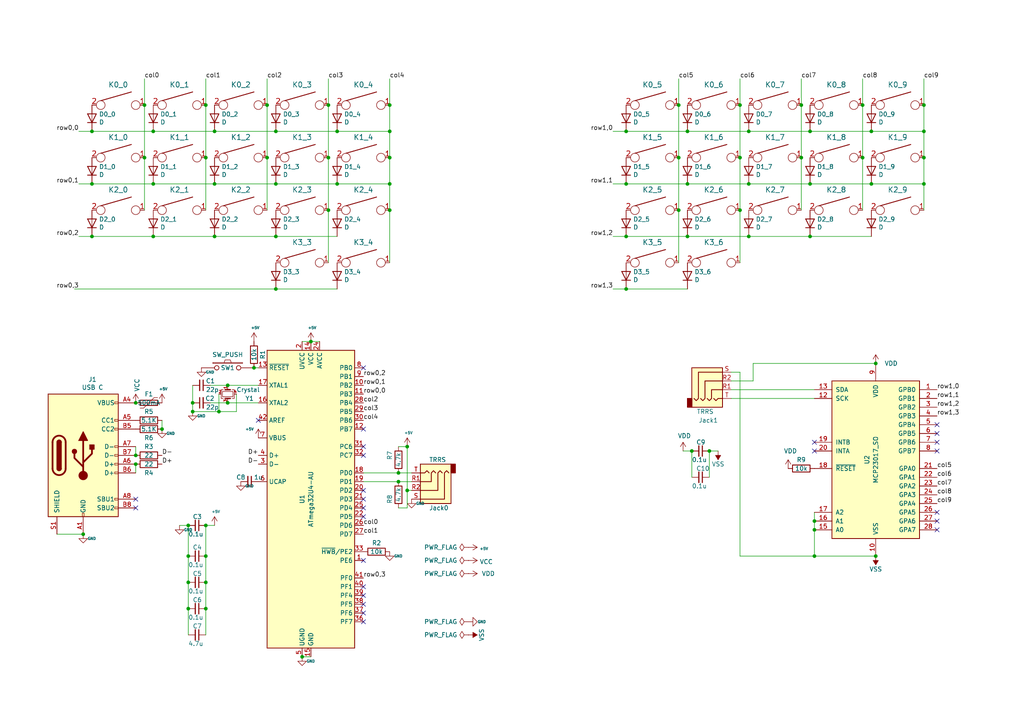
<source format=kicad_sch>
(kicad_sch (version 20230121) (generator eeschema)
  (paper "A4")
  (junction (at 205.74 130.81))
  (junction (at 66.04 116.84))
  (junction (at 181.61 53.34))
  (junction (at 59.69 30.48))
  (junction (at 77.47 30.48))
  (junction (at 267.97 30.48))
  (junction (at 181.61 83.82))
  (junction (at 54.61 168.91))
  (junction (at 80.01 83.82))
  (junction (at 232.41 45.72))
  (junction (at 26.67 68.58))
  (junction (at 41.91 30.48))
  (junction (at 54.61 152.4))
  (junction (at 39.37 134.62))
  (junction (at 217.17 53.34))
  (junction (at 26.67 53.34))
  (junction (at 214.63 30.48))
  (junction (at 214.63 60.96))
  (junction (at 95.25 60.96))
  (junction (at 196.85 60.96))
  (junction (at 62.23 53.34))
  (junction (at 59.69 176.53))
  (junction (at 73.66 106.68))
  (junction (at 24.13 154.94))
  (junction (at 113.03 60.96))
  (junction (at 54.61 176.53))
  (junction (at 250.19 30.48))
  (junction (at 41.91 45.72))
  (junction (at 62.23 38.1))
  (junction (at 90.17 99.06))
  (junction (at 80.01 68.58))
  (junction (at 59.69 168.91))
  (junction (at 252.73 38.1))
  (junction (at 234.95 38.1))
  (junction (at 97.79 53.34))
  (junction (at 95.25 30.48))
  (junction (at 55.88 119.38))
  (junction (at 196.85 45.72))
  (junction (at 115.57 137.16))
  (junction (at 196.85 30.48))
  (junction (at 113.03 30.48))
  (junction (at 234.95 68.58))
  (junction (at 267.97 38.1))
  (junction (at 113.03 38.1))
  (junction (at 44.45 68.58))
  (junction (at 44.45 53.34))
  (junction (at 62.23 68.58))
  (junction (at 44.45 38.1))
  (junction (at 250.19 45.72))
  (junction (at 115.57 139.7))
  (junction (at 59.69 45.72))
  (junction (at 118.11 142.24))
  (junction (at 95.25 45.72))
  (junction (at 181.61 68.58))
  (junction (at 234.95 53.34))
  (junction (at 199.39 68.58))
  (junction (at 63.5 119.38))
  (junction (at 97.79 38.1))
  (junction (at 236.22 161.29))
  (junction (at 39.37 132.08))
  (junction (at 118.11 129.54))
  (junction (at 236.22 153.67))
  (junction (at 59.69 152.4))
  (junction (at 267.97 45.72))
  (junction (at 214.63 45.72))
  (junction (at 113.03 45.72))
  (junction (at 77.47 45.72))
  (junction (at 55.88 116.84))
  (junction (at 181.61 38.1))
  (junction (at 46.99 124.46))
  (junction (at 254 105.41))
  (junction (at 252.73 53.34))
  (junction (at 199.39 38.1))
  (junction (at 199.39 53.34))
  (junction (at 113.03 53.34))
  (junction (at 254 161.29))
  (junction (at 80.01 38.1))
  (junction (at 232.41 30.48))
  (junction (at 87.63 190.5))
  (junction (at 236.22 151.13))
  (junction (at 54.61 161.29))
  (junction (at 39.37 116.84))
  (junction (at 26.67 38.1))
  (junction (at 217.17 38.1))
  (junction (at 267.97 53.34))
  (junction (at 200.66 130.81))
  (junction (at 80.01 53.34))
  (junction (at 66.04 111.76))
  (junction (at 217.17 68.58))
  (junction (at 59.69 161.29))
  (no_connect (at 105.41 149.86))
  (no_connect (at 105.41 124.46))
  (no_connect (at 105.41 147.32))
  (no_connect (at 388.62 93.98))
  (no_connect (at 105.41 177.8))
  (no_connect (at 271.78 123.19))
  (no_connect (at 271.78 151.13))
  (no_connect (at 105.41 162.56))
  (no_connect (at 105.41 170.18))
  (no_connect (at 105.41 106.68))
  (no_connect (at 105.41 175.26))
  (no_connect (at 271.78 125.73))
  (no_connect (at 105.41 142.24))
  (no_connect (at 74.93 121.92))
  (no_connect (at 236.22 128.27))
  (no_connect (at 271.78 128.27))
  (no_connect (at 39.37 147.32))
  (no_connect (at 105.41 144.78))
  (no_connect (at 105.41 132.08))
  (no_connect (at 105.41 180.34))
  (no_connect (at 271.78 148.59))
  (no_connect (at 39.37 144.78))
  (no_connect (at 271.78 130.81))
  (no_connect (at 271.78 153.67))
  (no_connect (at 105.41 129.54))
  (no_connect (at 236.22 130.81))
  (no_connect (at 105.41 172.72))
  (wire (pts (xy 234.95 38.1) (xy 217.17 38.1)))
  (wire (pts (xy 41.91 30.48) (xy 41.91 45.72)))
  (wire (pts (xy 26.67 53.34) (xy 44.45 53.34)))
  (wire (pts (xy 95.25 45.72) (xy 95.25 60.96)))
  (wire (pts (xy 113.03 22.86) (xy 113.03 30.48)))
  (wire (pts (xy 95.25 76.2) (xy 95.25 60.96)))
  (wire (pts (xy 267.97 53.34) (xy 252.73 53.34)))
  (wire (pts (xy 205.74 138.43) (xy 205.74 130.81)))
  (wire (pts (xy 22.86 68.58) (xy 26.67 68.58)))
  (wire (pts (xy 232.41 45.72) (xy 232.41 60.96)))
  (wire (pts (xy 181.61 53.34) (xy 199.39 53.34)))
  (wire (pts (xy 113.03 76.2) (xy 113.03 60.96)))
  (wire (pts (xy 177.8 53.34) (xy 181.61 53.34)))
  (wire (pts (xy 115.57 129.54) (xy 118.11 129.54)))
  (wire (pts (xy 16.51 154.94) (xy 24.13 154.94)))
  (wire (pts (xy 52.07 152.4) (xy 54.61 152.4)))
  (wire (pts (xy 113.03 53.34) (xy 113.03 60.96)))
  (wire (pts (xy 214.63 22.86) (xy 214.63 30.48)))
  (wire (pts (xy 74.93 111.76) (xy 66.04 111.76)))
  (wire (pts (xy 250.19 30.48) (xy 250.19 45.72)))
  (wire (pts (xy 59.69 45.72) (xy 59.69 60.96)))
  (wire (pts (xy 115.57 147.32) (xy 118.11 147.32)))
  (wire (pts (xy 39.37 132.08) (xy 39.37 129.54)))
  (wire (pts (xy 97.79 38.1) (xy 113.03 38.1)))
  (wire (pts (xy 118.11 142.24) (xy 118.11 129.54)))
  (wire (pts (xy 39.37 137.16) (xy 39.37 134.62)))
  (wire (pts (xy 63.5 119.38) (xy 63.5 114.3)))
  (wire (pts (xy 59.69 30.48) (xy 59.69 45.72)))
  (wire (pts (xy 77.47 22.86) (xy 77.47 30.48)))
  (wire (pts (xy 177.8 38.1) (xy 181.61 38.1)))
  (wire (pts (xy 90.17 190.5) (xy 87.63 190.5)))
  (wire (pts (xy 200.66 138.43) (xy 200.66 130.81)))
  (wire (pts (xy 199.39 38.1) (xy 217.17 38.1)))
  (wire (pts (xy 80.01 83.82) (xy 97.79 83.82)))
  (wire (pts (xy 41.91 22.86) (xy 41.91 30.48)))
  (wire (pts (xy 181.61 68.58) (xy 199.39 68.58)))
  (wire (pts (xy 95.25 30.48) (xy 95.25 45.72)))
  (wire (pts (xy 59.69 152.4) (xy 62.23 152.4)))
  (wire (pts (xy 74.93 116.84) (xy 66.04 116.84)))
  (wire (pts (xy 236.22 153.67) (xy 236.22 161.29)))
  (wire (pts (xy 44.45 68.58) (xy 62.23 68.58)))
  (wire (pts (xy 46.99 121.92) (xy 46.99 124.46)))
  (wire (pts (xy 250.19 22.86) (xy 250.19 30.48)))
  (wire (pts (xy 66.04 111.76) (xy 60.96 111.76)))
  (wire (pts (xy 214.63 107.95) (xy 214.63 161.29)))
  (wire (pts (xy 80.01 53.34) (xy 62.23 53.34)))
  (wire (pts (xy 80.01 68.58) (xy 62.23 68.58)))
  (wire (pts (xy 212.09 115.57) (xy 236.22 115.57)))
  (wire (pts (xy 44.45 38.1) (xy 62.23 38.1)))
  (wire (pts (xy 68.58 114.3) (xy 68.58 119.38)))
  (wire (pts (xy 217.17 68.58) (xy 234.95 68.58)))
  (wire (pts (xy 22.86 38.1) (xy 26.67 38.1)))
  (wire (pts (xy 252.73 38.1) (xy 267.97 38.1)))
  (wire (pts (xy 113.03 38.1) (xy 113.03 45.72)))
  (wire (pts (xy 80.01 38.1) (xy 62.23 38.1)))
  (wire (pts (xy 55.88 119.38) (xy 63.5 119.38)))
  (wire (pts (xy 177.8 68.58) (xy 181.61 68.58)))
  (wire (pts (xy 77.47 30.48) (xy 77.47 45.72)))
  (wire (pts (xy 59.69 152.4) (xy 59.69 161.29)))
  (wire (pts (xy 212.09 113.03) (xy 236.22 113.03)))
  (wire (pts (xy 218.44 105.41) (xy 254 105.41)))
  (wire (pts (xy 214.63 60.96) (xy 214.63 76.2)))
  (wire (pts (xy 115.57 139.7) (xy 119.38 139.7)))
  (wire (pts (xy 214.63 45.72) (xy 214.63 60.96)))
  (wire (pts (xy 196.85 30.48) (xy 196.85 45.72)))
  (wire (pts (xy 59.69 22.86) (xy 59.69 30.48)))
  (wire (pts (xy 177.8 83.82) (xy 181.61 83.82)))
  (wire (pts (xy 119.38 142.24) (xy 118.11 142.24)))
  (wire (pts (xy 26.67 68.58) (xy 44.45 68.58)))
  (wire (pts (xy 196.85 76.2) (xy 196.85 60.96)))
  (wire (pts (xy 267.97 38.1) (xy 267.97 45.72)))
  (wire (pts (xy 118.11 147.32) (xy 118.11 142.24)))
  (wire (pts (xy 267.97 22.86) (xy 267.97 30.48)))
  (wire (pts (xy 208.28 130.81) (xy 205.74 130.81)))
  (wire (pts (xy 22.86 53.34) (xy 26.67 53.34)))
  (wire (pts (xy 267.97 45.72) (xy 267.97 53.34)))
  (wire (pts (xy 181.61 83.82) (xy 199.39 83.82)))
  (wire (pts (xy 97.79 68.58) (xy 80.01 68.58)))
  (wire (pts (xy 95.25 22.86) (xy 95.25 30.48)))
  (wire (pts (xy 212.09 107.95) (xy 214.63 107.95)))
  (wire (pts (xy 113.03 30.48) (xy 113.03 38.1)))
  (wire (pts (xy 113.03 53.34) (xy 97.79 53.34)))
  (wire (pts (xy 59.69 176.53) (xy 59.69 184.15)))
  (wire (pts (xy 267.97 53.34) (xy 267.97 60.96)))
  (wire (pts (xy 196.85 45.72) (xy 196.85 60.96)))
  (wire (pts (xy 199.39 53.34) (xy 217.17 53.34)))
  (wire (pts (xy 26.67 38.1) (xy 44.45 38.1)))
  (wire (pts (xy 55.88 116.84) (xy 55.88 119.38)))
  (wire (pts (xy 236.22 148.59) (xy 236.22 151.13)))
  (wire (pts (xy 105.41 139.7) (xy 115.57 139.7)))
  (wire (pts (xy 92.71 99.06) (xy 90.17 99.06)))
  (wire (pts (xy 234.95 53.34) (xy 217.17 53.34)))
  (wire (pts (xy 54.61 176.53) (xy 54.61 168.91)))
  (wire (pts (xy 74.93 106.68) (xy 73.66 106.68)))
  (wire (pts (xy 97.79 53.34) (xy 80.01 53.34)))
  (wire (pts (xy 199.39 68.58) (xy 217.17 68.58)))
  (wire (pts (xy 55.88 111.76) (xy 55.88 116.84)))
  (wire (pts (xy 214.63 30.48) (xy 214.63 45.72)))
  (wire (pts (xy 232.41 30.48) (xy 232.41 45.72)))
  (wire (pts (xy 41.91 45.72) (xy 41.91 60.96)))
  (wire (pts (xy 44.45 53.34) (xy 62.23 53.34)))
  (wire (pts (xy 232.41 22.86) (xy 232.41 30.48)))
  (wire (pts (xy 214.63 161.29) (xy 236.22 161.29)))
  (wire (pts (xy 113.03 45.72) (xy 113.03 53.34)))
  (wire (pts (xy 54.61 161.29) (xy 54.61 152.4)))
  (wire (pts (xy 196.85 22.86) (xy 196.85 30.48)))
  (wire (pts (xy 252.73 68.58) (xy 234.95 68.58)))
  (wire (pts (xy 54.61 168.91) (xy 54.61 161.29)))
  (wire (pts (xy 90.17 99.06) (xy 87.63 99.06)))
  (wire (pts (xy 181.61 38.1) (xy 199.39 38.1)))
  (wire (pts (xy 60.96 116.84) (xy 66.04 116.84)))
  (wire (pts (xy 236.22 161.29) (xy 254 161.29)))
  (wire (pts (xy 198.12 130.81) (xy 200.66 130.81)))
  (wire (pts (xy 21.59 83.82) (xy 80.01 83.82)))
  (wire (pts (xy 59.69 168.91) (xy 59.69 176.53)))
  (wire (pts (xy 105.41 137.16) (xy 115.57 137.16)))
  (wire (pts (xy 252.73 38.1) (xy 234.95 38.1)))
  (wire (pts (xy 218.44 110.49) (xy 218.44 105.41)))
  (wire (pts (xy 212.09 110.49) (xy 218.44 110.49)))
  (wire (pts (xy 236.22 151.13) (xy 236.22 153.67)))
  (wire (pts (xy 59.69 161.29) (xy 59.69 168.91)))
  (wire (pts (xy 97.79 38.1) (xy 80.01 38.1)))
  (wire (pts (xy 252.73 53.34) (xy 234.95 53.34)))
  (wire (pts (xy 115.57 137.16) (xy 119.38 137.16)))
  (wire (pts (xy 77.47 45.72) (xy 77.47 60.96)))
  (wire (pts (xy 54.61 184.15) (xy 54.61 176.53)))
  (wire (pts (xy 267.97 30.48) (xy 267.97 38.1)))
  (wire (pts (xy 68.58 119.38) (xy 63.5 119.38)))
  (wire (pts (xy 250.19 45.72) (xy 250.19 60.96)))
  (label "row0,0" (at 22.86 38.1 180))
  (label "col9" (at 267.97 22.86 0))
  (label "row0,2" (at 105.41 109.22 0))
  (label "row0,2" (at 22.86 68.58 180))
  (label "col5" (at 271.78 135.89 0))
  (label "row1,2" (at 271.78 118.11 0))
  (label "col3" (at 95.25 22.86 0))
  (label "col0" (at 105.41 152.4 0))
  (label "col7" (at 271.78 140.97 0))
  (label "row1,0" (at 177.8 38.1 180))
  (label "col0" (at 41.91 22.86 0))
  (label "row1,2" (at 177.8 68.58 180))
  (label "row1,1" (at 271.78 115.57 0))
  (label "col9" (at 271.78 146.05 0))
  (label "col6" (at 214.63 22.86 0))
  (label "D-" (at 74.93 134.62 180))
  (label "col6" (at 271.78 138.43 0))
  (label "D+" (at 46.99 134.62 0))
  (label "row1,3" (at 271.78 120.65 0))
  (label "row0,1" (at 22.86 53.34 180))
  (label "col7" (at 232.41 22.86 0))
  (label "col3" (at 105.41 119.38 0))
  (label "col1" (at 59.69 22.86 0))
  (label "col4" (at 113.03 22.86 0))
  (label "col1" (at 105.41 154.94 0))
  (label "row0,3" (at 105.41 167.64 0))
  (label "D+" (at 74.93 132.08 180))
  (label "col2" (at 105.41 116.84 0))
  (label "col2" (at 77.47 22.86 0))
  (label "row0,3" (at 22.86 83.82 180))
  (label "row1,3" (at 177.8 83.82 180))
  (label "row1,0" (at 271.78 113.03 0))
  (label "D-" (at 46.99 132.08 0))
  (label "row0,1" (at 105.41 111.76 0))
  (label "col5" (at 196.85 22.86 0))
  (label "row1,1" (at 177.8 53.34 180))
  (label "col8" (at 250.19 22.86 0))
  (label "col8" (at 271.78 143.51 0))
  (label "col4" (at 105.41 121.92 0))
  (label "row0,0" (at 105.41 114.3 0))
  (symbol (lib_id "Device:C_Small") (at 58.42 111.76 270) (unit 1)
    (property "Reference" "C1" (at 59.69 110.49 90) (effects (justify left)))
    (property "Value" "22p" (at 59.69 113.03 90) (effects (justify left)))
    (property "Footprint" "Capacitor_SMD:C_0805_2012Metric_Pad1.15x1.40mm_HandSolder" (effects hide))
    (property "LCSC Part" "C1804" (effects hide))
  )
  (symbol (lib_id "Device:C_Small") (at 58.42 116.84 90) (unit 1)
    (property "Reference" "C2" (at 62.23 115.57 90) (effects (justify left)))
    (property "Value" "22p" (at 63.5 118.11 90) (effects (justify left)))
    (property "Footprint" "Capacitor_SMD:C_0805_2012Metric_Pad1.15x1.40mm_HandSolder" (effects hide))
    (property "LCSC Part" "C1804" (effects hide))
  )
  (symbol (lib_id "Device:C_Small") (at 57.15 152.4 270) (unit 1)
    (property "Reference" "C3" (at 55.88 149.86 90) (effects (justify left)))
    (property "Value" "0.1u" (at 54.61 154.94 90) (effects (justify left)))
    (property "Footprint" "Capacitor_SMD:C_0805_2012Metric_Pad1.15x1.40mm_HandSolder" (effects hide))
    (property "LCSC Part" "C49678" (effects hide))
  )
  (symbol (lib_id "Device:C_Small") (at 57.15 161.29 270) (unit 1)
    (property "Reference" "C4" (at 55.88 158.75 90) (effects (justify left)))
    (property "Value" "0.1u" (at 54.61 163.83 90) (effects (justify left)))
    (property "Footprint" "Capacitor_SMD:C_0805_2012Metric_Pad1.15x1.40mm_HandSolder" (effects hide))
    (property "LCSC Part" "C49678" (effects hide))
  )
  (symbol (lib_id "Device:C_Small") (at 57.15 168.91 270) (unit 1)
    (property "Reference" "C5" (at 55.88 166.37 90) (effects (justify left)))
    (property "Value" "0.1u" (at 54.61 171.45 90) (effects (justify left)))
    (property "Footprint" "Capacitor_SMD:C_0805_2012Metric_Pad1.15x1.40mm_HandSolder" (effects hide))
    (property "LCSC Part" "C49678" (effects hide))
  )
  (symbol (lib_id "Device:C_Small") (at 57.15 176.53 270) (unit 1)
    (property "Reference" "C6" (at 55.88 173.99 90) (effects (justify left)))
    (property "Value" "0.1u" (at 54.61 179.07 90) (effects (justify left)))
    (property "Footprint" "Capacitor_SMD:C_0805_2012Metric_Pad1.15x1.40mm_HandSolder" (effects hide))
    (property "LCSC Part" "C49678" (effects hide))
  )
  (symbol (lib_id "Device:C_Small") (at 57.15 184.15 270) (unit 1)
    (property "Reference" "C7" (at 55.88 181.61 90) (effects (justify left)))
    (property "Value" "4.7u" (at 54.61 186.69 90) (effects (justify left)))
    (property "Footprint" "Capacitor_SMD:C_0805_2012Metric_Pad1.15x1.40mm_HandSolder" (effects hide))
    (property "LCSC Part" "C1779" (effects hide))
  )
  (symbol (lib_id "keyboard_parts:SW_PUSH") (at 66.04 106.68 0) (unit 1)
    (property "Reference" "SW1" (at 66.04 106.68 0))
    (property "Value" "SW_PUSH" (at 66.04 102.87 0))
    (property "Footprint" "Button_Switch_SMD:SW_SPST_B3U-1000P" (effects hide))
    (property "LCSC Part" "C231329" (effects hide))
  )
  (symbol (lib_id "Device:R") (at 73.66 102.87 180) (unit 1)
    (property "Reference" "R1" (at 76.2 102.87 90))
    (property "Value" "10k" (at 73.66 102.87 90))
    (property "Footprint" "Resistor_SMD:R_0805_2012Metric_Pad1.15x1.40mm_HandSolder" (effects hide))
    (property "LCSC Part" "C17414" (effects hide))
  )
  (symbol (lib_id "Device:R") (at 109.22 160.02 270) (unit 1)
    (property "Reference" "R2" (at 109.22 157.48 90))
    (property "Value" "10k" (at 109.22 160.02 90))
    (property "Footprint" "Resistor_SMD:R_0805_2012Metric_Pad1.15x1.40mm_HandSolder" (effects hide))
    (property "LCSC Part" "C17414" (effects hide))
  )
  (symbol (lib_id "Device:R") (at 43.18 132.08 270) (unit 1)
    (property "Reference" "R3" (at 43.18 129.54 90))
    (property "Value" "22" (at 43.18 132.08 90))
    (property "Footprint" "Resistor_SMD:R_0805_2012Metric_Pad1.15x1.40mm_HandSolder" (effects hide))
    (property "LCSC Part" "C17561" (effects hide))
  )
  (symbol (lib_id "Device:R") (at 43.18 134.62 270) (unit 1)
    (property "Reference" "R4" (at 43.18 137.16 90))
    (property "Value" "22" (at 43.18 134.62 90))
    (property "Footprint" "Resistor_SMD:R_0805_2012Metric_Pad1.15x1.40mm_HandSolder" (effects hide))
    (property "LCSC Part" "C17561" (effects hide))
  )
  (symbol (lib_id "Device:C_Small") (at 72.39 139.7 270) (unit 1)
    (property "Reference" "C8" (at 69.85 138.43 90))
    (property "Value" "1u" (at 74.93 138.43 90))
    (property "Footprint" "Capacitor_SMD:C_0805_2012Metric_Pad1.15x1.40mm_HandSolder" (effects hide))
    (property "LCSC Part" "C28323" (effects hide))
  )
  (symbol (lib_id "Interface_Expansion:MCP23017_SO") (at 254 133.35 0) (unit 1)
    (property "Reference" "U2" (at 251.46 133.35 90))
    (property "Value" "MCP23017_SO" (at 254 133.35 90))
    (property "Footprint" "Package_SO:SOIC-28W_7.5x17.9mm_P1.27mm" (effects hide))
    (property "Datasheet" "http://ww1.microchip.com/downloads/en/DeviceDoc/20001952C.pdf" (effects hide))
    (property "LCSC Part" "C47023" (effects hide))
  )
  (symbol (lib_id "Device:R") (at 43.18 121.92 270) (unit 1)
    (property "Reference" "R5" (at 43.18 119.38 90))
    (property "Value" "5.1K" (at 43.18 121.92 90))
    (property "Footprint" "Resistor_SMD:R_0805_2012Metric_Pad1.15x1.40mm_HandSolder" (effects hide))
    (property "LCSC Part" "C27834" (effects hide))
  )
  (symbol (lib_id "Device:R") (at 43.18 124.46 270) (unit 1)
    (property "Reference" "R6" (at 43.18 127 90))
    (property "Value" "5.1K" (at 43.18 124.46 90))
    (property "Footprint" "Resistor_SMD:R_0805_2012Metric_Pad1.15x1.40mm_HandSolder" (effects hide))
    (property "LCSC Part" "C27834" (effects hide))
  )
  (symbol (lib_id "power:GND") (at 46.99 124.46 0) (unit 1)
    (property "Reference" "#PWR0107" (effects hide))
    (property "Value" "GND" (at 48.26 125.73 0) (effects (font (size 0.762 0.762)) (justify left)))
  )
  (symbol (lib_id "Device:C_Small") (at 203.2 130.81 270) (unit 1)
    (property "Reference" "C9" (at 201.93 128.27 90) (effects (justify left)))
    (property "Value" "0.1u" (at 200.66 133.35 90) (effects (justify left)))
    (property "Footprint" "Capacitor_SMD:C_0805_2012Metric_Pad1.15x1.40mm_HandSolder" (effects hide))
    (property "LCSC Part" "C49678" (effects hide))
  )
  (symbol (lib_id "power:VDD") (at 198.12 130.81 0) (unit 1)
    (property "Reference" "#PWR0135" (effects hide))
    (property "Value" "VDD" (at 198.501 126.4158 0))
  )
  (symbol (lib_id "keyboard_parts:KEYSW") (at 34.29 30.48 0) (unit 1)
    (property "Reference" "K0_0" (at 34.29 24.5618 0) (effects (font (size 1.524 1.524))))
    (property "Value" "KEYSW" (effects hide))
    (property "Footprint" "switches:Choc_PG1350_MX_Spacing" (effects hide))
    (property "DNP" "true" (effects hide))
    (property "JLCPCB BOM" "false" (effects hide))
  )
  (symbol (lib_id "Device:D") (at 26.67 34.29 90) (unit 1)
    (property "Reference" "D0_0" (at 28.702 33.1216 90) (effects (justify right)))
    (property "Value" "D" (at 28.702 35.433 90) (effects (justify right)))
    (property "Footprint" "Diode_SMD:D_SOD-123" (effects hide))
    (property "LCSC Part" "C81598" (effects hide))
  )
  (symbol (lib_id "keyboard_parts:KEYSW") (at 34.29 45.72 0) (unit 1)
    (property "Reference" "K1_0" (at 34.29 39.8018 0) (effects (font (size 1.524 1.524))))
    (property "Value" "KEYSW" (effects hide))
    (property "Footprint" "switches:Choc_PG1350_MX_Spacing" (effects hide))
    (property "DNP" "true" (effects hide))
    (property "JLCPCB BOM" "false" (effects hide))
  )
  (symbol (lib_id "Device:D") (at 26.67 49.53 90) (unit 1)
    (property "Reference" "D1_0" (at 28.702 48.3616 90) (effects (justify right)))
    (property "Value" "D" (at 28.702 50.673 90) (effects (justify right)))
    (property "Footprint" "Diode_SMD:D_SOD-123" (effects hide))
    (property "LCSC Part" "C81598" (effects hide))
  )
  (symbol (lib_id "power:VDD") (at 254 105.41 0) (unit 1)
    (property "Reference" "#PWR0126" (effects hide))
    (property "Value" "VDD" (at 256.54 105.41 0) (effects (justify left)))
  )
  (symbol (lib_id "Device:D") (at 44.45 34.29 90) (unit 1)
    (property "Reference" "D0_1" (at 46.482 33.1216 90) (effects (justify right)))
    (property "Value" "D" (at 46.482 35.433 90) (effects (justify right)))
    (property "Footprint" "Diode_SMD:D_SOD-123" (effects hide))
    (property "LCSC Part" "C81598" (effects hide))
  )
  (symbol (lib_id "Device:D") (at 44.45 49.53 90) (unit 1)
    (property "Reference" "D1_1" (at 46.482 48.3616 90) (effects (justify right)))
    (property "Value" "D" (at 46.482 50.673 90) (effects (justify right)))
    (property "Footprint" "Diode_SMD:D_SOD-123" (effects hide))
    (property "LCSC Part" "C81598" (effects hide))
  )
  (symbol (lib_id "keyboard_parts:KEYSW") (at 52.07 45.72 0) (unit 1)
    (property "Reference" "K1_1" (at 52.07 39.8018 0) (effects (font (size 1.524 1.524))))
    (property "Value" "KEYSW" (effects hide))
    (property "Footprint" "switches:Choc_PG1350_MX_Spacing" (effects hide))
    (property "DNP" "true" (effects hide))
    (property "JLCPCB BOM" "false" (effects hide))
  )
  (symbol (lib_id "keyboard_parts:KEYSW") (at 69.85 30.48 0) (unit 1)
    (property "Reference" "K0_2" (at 69.85 24.5618 0) (effects (font (size 1.524 1.524))))
    (property "Value" "KEYSW" (effects hide))
    (property "Footprint" "switches:Choc_PG1350_MX_Spacing" (effects hide))
    (property "DNP" "true" (effects hide))
    (property "JLCPCB BOM" "false" (effects hide))
  )
  (symbol (lib_id "Device:D") (at 62.23 34.29 90) (unit 1)
    (property "Reference" "D0_2" (at 64.262 33.1216 90) (effects (justify right)))
    (property "Value" "D" (at 64.262 35.433 90) (effects (justify right)))
    (property "Footprint" "Diode_SMD:D_SOD-123" (effects hide))
    (property "LCSC Part" "C81598" (effects hide))
  )
  (symbol (lib_id "keyboard_parts:KEYSW") (at 52.07 30.48 0) (unit 1)
    (property "Reference" "K0_1" (at 52.07 24.5618 0) (effects (font (size 1.524 1.524))))
    (property "Value" "KEYSW" (effects hide))
    (property "Footprint" "switches:Choc_PG1350_MX_Spacing" (effects hide))
    (property "DNP" "true" (effects hide))
    (property "JLCPCB BOM" "false" (effects hide))
  )
  (symbol (lib_id "keyboard_parts:KEYSW") (at 69.85 45.72 0) (unit 1)
    (property "Reference" "K1_2" (at 69.85 39.8018 0) (effects (font (size 1.524 1.524))))
    (property "Value" "KEYSW" (effects hide))
    (property "Footprint" "switches:Choc_PG1350_MX_Spacing" (effects hide))
    (property "DNP" "true" (effects hide))
    (property "JLCPCB BOM" "false" (effects hide))
  )
  (symbol (lib_id "Device:D") (at 62.23 49.53 90) (unit 1)
    (property "Reference" "D1_2" (at 64.262 48.3616 90) (effects (justify right)))
    (property "Value" "D" (at 64.262 50.673 90) (effects (justify right)))
    (property "Footprint" "Diode_SMD:D_SOD-123" (effects hide))
    (property "LCSC Part" "C81598" (effects hide))
  )
  (symbol (lib_id "keyboard_parts:KEYSW") (at 34.29 60.96 0) (unit 1)
    (property "Reference" "K2_0" (at 34.29 55.0418 0) (effects (font (size 1.524 1.524))))
    (property "Value" "KEYSW" (effects hide))
    (property "Footprint" "switches:Choc_PG1350_MX_Spacing" (effects hide))
    (property "DNP" "true" (effects hide))
    (property "JLCPCB BOM" "false" (effects hide))
  )
  (symbol (lib_id "Device:D") (at 26.67 64.77 90) (unit 1)
    (property "Reference" "D2_0" (at 28.702 63.6016 90) (effects (justify right)))
    (property "Value" "D" (at 28.702 65.913 90) (effects (justify right)))
    (property "Footprint" "Diode_SMD:D_SOD-123" (effects hide))
    (property "LCSC Part" "C81598" (effects hide))
  )
  (symbol (lib_id "keyboard_parts:KEYSW") (at 52.07 60.96 0) (unit 1)
    (property "Reference" "K2_1" (at 52.07 55.0418 0) (effects (font (size 1.524 1.524))))
    (property "Value" "KEYSW" (effects hide))
    (property "Footprint" "switches:Choc_PG1350_MX_Spacing" (effects hide))
    (property "DNP" "true" (effects hide))
    (property "JLCPCB BOM" "false" (effects hide))
  )
  (symbol (lib_id "keyboard_parts:KEYSW") (at 69.85 60.96 0) (unit 1)
    (property "Reference" "K2_2" (at 69.85 55.0418 0) (effects (font (size 1.524 1.524))))
    (property "Value" "KEYSW" (effects hide))
    (property "Footprint" "switches:Choc_PG1350_MX_Spacing" (effects hide))
    (property "DNP" "true" (effects hide))
    (property "JLCPCB BOM" "false" (effects hide))
  )
  (symbol (lib_id "Device:D") (at 44.45 64.77 90) (unit 1)
    (property "Reference" "D2_1" (at 46.482 63.6016 90) (effects (justify right)))
    (property "Value" "D" (at 46.482 65.913 90) (effects (justify right)))
    (property "Footprint" "Diode_SMD:D_SOD-123" (effects hide))
    (property "LCSC Part" "C81598" (effects hide))
  )
  (symbol (lib_id "Device:D") (at 62.23 64.77 90) (unit 1)
    (property "Reference" "D2_2" (at 64.262 63.6016 90) (effects (justify right)))
    (property "Value" "D" (at 64.262 65.913 90) (effects (justify right)))
    (property "Footprint" "Diode_SMD:D_SOD-123" (effects hide))
    (property "LCSC Part" "C81598" (effects hide))
  )
  (symbol (lib_id "keyboard_parts:KEYSW") (at 87.63 30.48 0) (unit 1)
    (property "Reference" "K0_3" (at 87.63 24.5618 0) (effects (font (size 1.524 1.524))))
    (property "Value" "KEYSW" (effects hide))
    (property "Footprint" "switches:Choc_PG1350_MX_Spacing" (effects hide))
    (property "DNP" "true" (effects hide))
    (property "JLCPCB BOM" "false" (effects hide))
  )
  (symbol (lib_id "keyboard_parts:KEYSW") (at 87.63 45.72 0) (unit 1)
    (property "Reference" "K1_3" (at 87.63 39.8018 0) (effects (font (size 1.524 1.524))))
    (property "Value" "KEYSW" (effects hide))
    (property "Footprint" "switches:Choc_PG1350_MX_Spacing" (effects hide))
    (property "DNP" "true" (effects hide))
    (property "JLCPCB BOM" "false" (effects hide))
  )
  (symbol (lib_id "keyboard_parts:KEYSW") (at 87.63 60.96 0) (unit 1)
    (property "Reference" "K2_3" (at 87.63 55.0418 0) (effects (font (size 1.524 1.524))))
    (property "Value" "KEYSW" (effects hide))
    (property "Footprint" "switches:Choc_PG1350_MX_Spacing" (effects hide))
    (property "DNP" "true" (effects hide))
    (property "JLCPCB BOM" "false" (effects hide))
  )
  (symbol (lib_id "Device:D") (at 80.01 34.29 90) (unit 1)
    (property "Reference" "D0_3" (at 82.042 33.1216 90) (effects (justify right)))
    (property "Value" "D" (at 82.042 35.433 90) (effects (justify right)))
    (property "Footprint" "Diode_SMD:D_SOD-123" (effects hide))
    (property "LCSC Part" "C81598" (effects hide))
  )
  (symbol (lib_id "Device:D") (at 80.01 49.53 90) (unit 1)
    (property "Reference" "D1_3" (at 82.042 48.3616 90) (effects (justify right)))
    (property "Value" "D" (at 82.042 50.673 90) (effects (justify right)))
    (property "Footprint" "Diode_SMD:D_SOD-123" (effects hide))
    (property "LCSC Part" "C81598" (effects hide))
  )
  (symbol (lib_id "Device:D") (at 80.01 64.77 90) (unit 1)
    (property "Reference" "D2_3" (at 82.042 63.6016 90) (effects (justify right)))
    (property "Value" "D" (at 82.042 65.913 90) (effects (justify right)))
    (property "Footprint" "Diode_SMD:D_SOD-123" (effects hide))
    (property "LCSC Part" "C81598" (effects hide))
  )
  (symbol (lib_id "keyboard_parts:KEYSW") (at 105.41 30.48 0) (unit 1)
    (property "Reference" "K0_4" (at 105.41 24.5618 0) (effects (font (size 1.524 1.524))))
    (property "Value" "KEYSW" (effects hide))
    (property "Footprint" "switches:Choc_PG1350_MX_Spacing" (effects hide))
    (property "DNP" "true" (effects hide))
    (property "JLCPCB BOM" "false" (effects hide))
  )
  (symbol (lib_id "Device:D") (at 97.79 34.29 90) (unit 1)
    (property "Reference" "D0_4" (at 99.822 33.1216 90) (effects (justify right)))
    (property "Value" "D" (at 99.822 35.433 90) (effects (justify right)))
    (property "Footprint" "Diode_SMD:D_SOD-123" (effects hide))
    (property "LCSC Part" "C81598" (effects hide))
  )
  (symbol (lib_id "keyboard_parts:KEYSW") (at 105.41 45.72 0) (unit 1)
    (property "Reference" "K1_4" (at 105.41 39.8018 0) (effects (font (size 1.524 1.524))))
    (property "Value" "KEYSW" (effects hide))
    (property "Footprint" "switches:Choc_PG1350_MX_Spacing" (effects hide))
    (property "DNP" "true" (effects hide))
    (property "JLCPCB BOM" "false" (effects hide))
  )
  (symbol (lib_id "Device:D") (at 97.79 49.53 90) (unit 1)
    (property "Reference" "D1_4" (at 99.822 48.3616 90) (effects (justify right)))
    (property "Value" "D" (at 99.822 50.673 90) (effects (justify right)))
    (property "Footprint" "Diode_SMD:D_SOD-123" (effects hide))
    (property "LCSC Part" "C81598" (effects hide))
  )
  (symbol (lib_id "keyboard_parts:KEYSW") (at 105.41 60.96 0) (unit 1)
    (property "Reference" "K2_4" (at 105.41 55.0418 0) (effects (font (size 1.524 1.524))))
    (property "Value" "KEYSW" (effects hide))
    (property "Footprint" "switches:Choc_PG1350_MX_Spacing" (effects hide))
    (property "DNP" "true" (effects hide))
    (property "JLCPCB BOM" "false" (effects hide))
  )
  (symbol (lib_id "Device:D") (at 97.79 64.77 90) (unit 1)
    (property "Reference" "D2_4" (at 99.822 63.6016 90) (effects (justify right)))
    (property "Value" "D" (at 99.822 65.913 90) (effects (justify right)))
    (property "Footprint" "Diode_SMD:D_SOD-123" (effects hide))
    (property "LCSC Part" "C81598" (effects hide))
  )
  (symbol (lib_id "keyboard_parts:KEYSW") (at 87.63 76.2 0) (unit 1)
    (property "Reference" "K3_3" (at 87.63 70.2818 0) (effects (font (size 1.524 1.524))))
    (property "Value" "KEYSW" (effects hide))
    (property "Footprint" "switches:Choc_PG1350_MX_Spacing" (effects hide))
    (property "DNP" "true" (effects hide))
    (property "JLCPCB BOM" "false" (effects hide))
  )
  (symbol (lib_id "keyboard_parts:KEYSW") (at 105.41 76.2 0) (unit 1)
    (property "Reference" "K3_4" (at 105.41 70.2818 0) (effects (font (size 1.524 1.524))))
    (property "Value" "KEYSW" (effects hide))
    (property "Footprint" "switches:Choc_PG1350_MX_Spacing" (effects hide))
    (property "DNP" "true" (effects hide))
    (property "JLCPCB BOM" "false" (effects hide))
  )
  (symbol (lib_id "Device:D") (at 80.01 80.01 90) (unit 1)
    (property "Reference" "D3_3" (at 82.042 78.8416 90) (effects (justify right)))
    (property "Value" "D" (at 82.042 81.153 90) (effects (justify right)))
    (property "Footprint" "Diode_SMD:D_SOD-123" (effects hide))
    (property "LCSC Part" "C81598" (effects hide))
  )
  (symbol (lib_id "Device:D") (at 97.79 80.01 90) (unit 1)
    (property "Reference" "D3_4" (at 99.822 78.8416 90) (effects (justify right)))
    (property "Value" "D" (at 99.822 81.153 90) (effects (justify right)))
    (property "Footprint" "Diode_SMD:D_SOD-123" (effects hide))
    (property "LCSC Part" "C81598" (effects hide))
  )
  (symbol (lib_id "Connector:USB_C_Receptacle_USB2.0") (at 24.13 132.08 0) (unit 1)
    (property "Reference" "J1" (at 26.8478 110.0582 0))
    (property "Value" "USB C" (at 26.8478 112.3696 0))
    (property "Footprint" "Connector_USB:USB_C_Receptacle_HRO_TYPE-C-31-M-12" (effects hide))
    (property "Datasheet" "https://www.usb.org/sites/default/files/documents/usb_type-c.zip" (effects hide))
    (property "LCSC Part" "C165948" (effects hide))
  )
  (symbol (lib_id "Device:Polyfuse") (at 43.18 116.84 270) (unit 1)
    (property "Reference" "F1" (at 43.18 114.3 90))
    (property "Value" "500mA" (at 43.18 116.84 90))
    (property "Footprint" "Fuse:Fuse_1206_3216Metric" (effects hide))
    (property "LCSC Part" "C151162" (effects hide))
  )
  (symbol (lib_id "power:+5V") (at 46.99 116.84 0) (unit 1)
    (property "Reference" "#PWR0102" (effects hide))
    (property "Value" "+5V" (at 47.371 112.8268 0) (effects (font (size 0.762 0.762))))
  )
  (symbol (lib_id "Connector:AudioJack4") (at 207.01 110.49 0) (unit 1)
    (property "Reference" "Jack1" (at 208.28 121.92 0) (effects (justify right)))
    (property "Value" "TRRS" (at 207.01 119.38 0) (effects (justify right)))
    (property "Footprint" "kbd:TRRS-PJ-320A" (effects hide))
    (property "LCSC Part" "C12569" (effects hide))
  )
  (symbol (lib_id "Device:Crystal_GND24_Small") (at 66.04 114.3 270) (unit 1)
    (property "Reference" "Y1" (at 71.12 115.57 90) (effects (justify left)))
    (property "Value" "Crystal" (at 68.58 113.03 90) (effects (justify left)))
    (property "Footprint" "Crystal:Crystal_SMD_3225-4Pin_3.2x2.5mm" (effects hide))
    (property "Datasheet" "https://lcsc.com/product-detail/SMD-Crystal-Resonators_Yangxing-Tech-X322516MLB4SI_C13738.html/?href=jlc-SMT" (effects hide))
    (property "LCSC Part" "C13738" (effects hide))
  )
  (symbol (lib_id "power:VSS") (at 254 161.29 180) (unit 1)
    (property "Reference" "#PWR0121" (effects hide))
    (property "Value" "VSS" (at 254 165.1 0))
  )
  (symbol (lib_id "power:VSS") (at 208.28 130.81 180) (unit 1)
    (property "Reference" "#PWR0123" (effects hide))
    (property "Value" "VSS" (at 208.28 134.62 0))
  )
  (symbol (lib_id "MCU_Microchip_ATmega:ATmega32U4-AU") (at 90.17 144.78 0) (unit 1)
    (property "Reference" "U1" (at 87.63 144.78 90))
    (property "Value" "ATmega32U4-AU" (at 90.17 144.78 90))
    (property "Footprint" "Package_QFP:TQFP-44_10x10mm_P0.8mm" (effects hide))
    (property "Datasheet" "http://ww1.microchip.com/downloads/en/DeviceDoc/Atmel-7766-8-bit-AVR-ATmega16U4-32U4_Datasheet.pdf" (effects hide))
    (property "LCSC Part" "C44854" (effects hide))
  )
  (symbol (lib_id "power:GND") (at 55.88 119.38 0) (unit 1)
    (property "Reference" "#PWR0101" (effects hide))
    (property "Value" "GND" (at 57.15 120.65 0) (effects (font (size 0.762 0.762)) (justify left)))
  )
  (symbol (lib_id "power:GND") (at 58.42 106.68 0) (unit 1)
    (property "Reference" "#PWR0103" (effects hide))
    (property "Value" "GND" (at 59.69 107.95 0) (effects (font (size 0.762 0.762)) (justify left)))
  )
  (symbol (lib_id "power:GND") (at 113.03 160.02 0) (unit 1)
    (property "Reference" "#PWR0105" (effects hide))
    (property "Value" "GND" (at 114.3 161.29 0) (effects (font (size 0.762 0.762)) (justify left)))
  )
  (symbol (lib_id "power:GND") (at 119.38 144.78 0) (unit 1)
    (property "Reference" "#PWR0106" (effects hide))
    (property "Value" "GND" (at 120.65 146.05 0) (effects (font (size 0.762 0.762)) (justify left)))
  )
  (symbol (lib_id "power:GND") (at 24.13 154.94 0) (unit 1)
    (property "Reference" "#PWR0108" (effects hide))
    (property "Value" "GND" (at 25.4 156.21 0) (effects (font (size 0.762 0.762)) (justify left)))
  )
  (symbol (lib_id "power:GND") (at 87.63 190.5 0) (unit 1)
    (property "Reference" "#PWR0110" (effects hide))
    (property "Value" "GND" (at 88.9 191.77 0) (effects (font (size 0.762 0.762)) (justify left)))
  )
  (symbol (lib_id "power:GND") (at 52.07 152.4 0) (unit 1)
    (property "Reference" "#PWR0111" (effects hide))
    (property "Value" "GND" (at 53.34 153.67 0) (effects (font (size 0.762 0.762)) (justify left)))
  )
  (symbol (lib_id "power:GND") (at 69.85 139.7 0) (unit 1)
    (property "Reference" "#PWR0115" (effects hide))
    (property "Value" "GND" (at 71.12 140.97 0) (effects (font (size 0.762 0.762)) (justify left)))
  )
  (symbol (lib_id "power:+5V") (at 73.66 99.06 0) (unit 1)
    (property "Reference" "#PWR0104" (effects hide))
    (property "Value" "+5V" (at 74.041 95.0468 0) (effects (font (size 0.762 0.762))))
  )
  (symbol (lib_id "power:+5V") (at 90.17 99.06 0) (unit 1)
    (property "Reference" "#PWR0113" (effects hide))
    (property "Value" "+5V" (at 90.551 95.0468 0) (effects (font (size 0.762 0.762))))
  )
  (symbol (lib_id "power:+5V") (at 74.93 127 0) (unit 1)
    (property "Reference" "#PWR0114" (effects hide))
    (property "Value" "+5V" (at 72.39 124.46 0) (effects (font (size 0.762 0.762))))
  )
  (symbol (lib_id "power:+5V") (at 62.23 152.4 0) (unit 1)
    (property "Reference" "#PWR0116" (effects hide))
    (property "Value" "+5V" (at 62.611 148.3868 0) (effects (font (size 0.762 0.762))))
  )
  (symbol (lib_id "power:+5V") (at 118.11 129.54 0) (unit 1)
    (property "Reference" "#PWR0117" (effects hide))
    (property "Value" "+5V" (at 118.491 125.5268 0) (effects (font (size 0.762 0.762))))
  )
  (symbol (lib_id "power:PWR_FLAG") (at 135.89 162.56 90) (unit 1)
    (property "Reference" "#FLG0102" (effects hide))
    (property "Value" "PWR_FLAG" (at 132.6642 162.56 90) (effects (justify left)))
  )
  (symbol (lib_id "power:PWR_FLAG") (at 135.89 166.37 90) (unit 1)
    (property "Reference" "#FLG0101" (effects hide))
    (property "Value" "PWR_FLAG" (at 132.6642 166.37 90) (effects (justify left)))
  )
  (symbol (lib_id "power:VCC") (at 135.89 162.56 270) (unit 1)
    (property "Reference" "#PWR0119" (effects hide))
    (property "Value" "VCC" (at 139.1158 162.941 90) (effects (justify left)))
  )
  (symbol (lib_id "power:VDD") (at 135.89 166.37 270) (unit 1)
    (property "Reference" "#PWR0122" (effects hide))
    (property "Value" "VDD" (at 139.7 166.37 90) (effects (justify left)))
  )
  (symbol (lib_id "power:+5V") (at 135.89 158.75 270) (unit 1)
    (property "Reference" "#PWR0127" (effects hide))
    (property "Value" "+5V" (at 139.1412 159.131 90) (effects (font (size 0.762 0.762)) (justify left)))
  )
  (symbol (lib_id "power:PWR_FLAG") (at 135.89 158.75 90) (unit 1)
    (property "Reference" "#FLG0103" (effects hide))
    (property "Value" "PWR_FLAG" (at 132.6642 158.75 90) (effects (justify left)))
  )
  (symbol (lib_id "power:PWR_FLAG") (at 135.89 180.34 90) (unit 1)
    (property "Reference" "#FLG0104" (effects hide))
    (property "Value" "PWR_FLAG" (at 132.6642 180.34 90) (effects (justify left)))
  )
  (symbol (lib_id "power:GND") (at 135.89 180.34 90) (unit 1)
    (property "Reference" "#PWR0128" (effects hide))
    (property "Value" "GND" (at 140.97 180.34 90) (effects (font (size 0.762 0.762)) (justify left)))
  )
  (symbol (lib_id "power:PWR_FLAG") (at 135.89 184.15 90) (unit 1)
    (property "Reference" "#FLG0105" (effects hide))
    (property "Value" "PWR_FLAG" (at 132.6642 184.15 90) (effects (justify left)))
  )
  (symbol (lib_id "power:VSS") (at 135.89 184.15 270) (unit 1)
    (property "Reference" "#PWR0129" (effects hide))
    (property "Value" "VSS" (at 139.7 184.15 0))
  )
  (symbol (lib_id "power:VCC") (at 39.37 116.84 0) (unit 1)
    (property "Reference" "#PWR0109" (effects hide))
    (property "Value" "VCC" (at 39.751 113.6142 90) (effects (justify left)))
  )
  (symbol (lib_id "Device:C_Small") (at 203.2 138.43 270) (unit 1)
    (property "Reference" "C10" (at 201.93 135.89 90) (effects (justify left)))
    (property "Value" "0.1u" (at 200.66 140.97 90) (effects (justify left)))
    (property "Footprint" "Capacitor_SMD:C_0805_2012Metric_Pad1.15x1.40mm_HandSolder" (effects hide))
    (property "LCSC Part" "C49678" (effects hide))
  )
  (symbol (lib_id "Device:R") (at 232.41 135.89 270) (unit 1)
    (property "Reference" "R9" (at 232.41 133.35 90))
    (property "Value" "10k" (at 232.41 135.89 90))
    (property "Footprint" "Resistor_SMD:R_0805_2012Metric_Pad1.15x1.40mm_HandSolder" (effects hide))
    (property "LCSC Part" "C17414" (effects hide))
  )
  (symbol (lib_id "power:VDD") (at 228.6 135.89 0) (unit 1)
    (property "Reference" "#PWR0112" (effects hide))
    (property "Value" "VDD" (at 227.33 130.81 0) (effects (justify left)))
  )
  (symbol (lib_id "keyboard_parts:KEYSW") (at 189.23 30.48 0) (unit 1)
    (property "Reference" "K0_5" (at 189.23 24.5618 0) (effects (font (size 1.524 1.524))))
    (property "Value" "KEYSW" (effects hide))
    (property "Footprint" "switches:Choc_PG1350_MX_Spacing" (effects hide))
    (property "DNP" "true" (effects hide))
    (property "JLCPCB BOM" "false" (effects hide))
  )
  (symbol (lib_id "Device:D") (at 181.61 34.29 90) (unit 1)
    (property "Reference" "D0_5" (at 183.642 33.1216 90) (effects (justify right)))
    (property "Value" "D" (at 183.642 35.433 90) (effects (justify right)))
    (property "Footprint" "Diode_SMD:D_SOD-123" (effects hide))
    (property "LCSC Part" "C81598" (effects hide))
  )
  (symbol (lib_id "keyboard_parts:KEYSW") (at 189.23 45.72 0) (unit 1)
    (property "Reference" "K1_5" (at 189.23 39.8018 0) (effects (font (size 1.524 1.524))))
    (property "Value" "KEYSW" (effects hide))
    (property "Footprint" "switches:Choc_PG1350_MX_Spacing" (effects hide))
    (property "DNP" "true" (effects hide))
    (property "JLCPCB BOM" "false" (effects hide))
  )
  (symbol (lib_id "Device:D") (at 181.61 49.53 90) (unit 1)
    (property "Reference" "D1_5" (at 183.642 48.3616 90) (effects (justify right)))
    (property "Value" "D" (at 183.642 50.673 90) (effects (justify right)))
    (property "Footprint" "Diode_SMD:D_SOD-123" (effects hide))
    (property "LCSC Part" "C81598" (effects hide))
  )
  (symbol (lib_id "Device:D") (at 199.39 34.29 90) (unit 1)
    (property "Reference" "D0_6" (at 201.422 33.1216 90) (effects (justify right)))
    (property "Value" "D" (at 201.422 35.433 90) (effects (justify right)))
    (property "Footprint" "Diode_SMD:D_SOD-123" (effects hide))
    (property "LCSC Part" "C81598" (effects hide))
  )
  (symbol (lib_id "Device:D") (at 199.39 49.53 90) (unit 1)
    (property "Reference" "D1_6" (at 201.422 48.3616 90) (effects (justify right)))
    (property "Value" "D" (at 201.422 50.673 90) (effects (justify right)))
    (property "Footprint" "Diode_SMD:D_SOD-123" (effects hide))
    (property "LCSC Part" "C81598" (effects hide))
  )
  (symbol (lib_id "keyboard_parts:KEYSW") (at 207.01 45.72 0) (unit 1)
    (property "Reference" "K1_6" (at 207.01 39.8018 0) (effects (font (size 1.524 1.524))))
    (property "Value" "KEYSW" (effects hide))
    (property "Footprint" "switches:Choc_PG1350_MX_Spacing" (effects hide))
    (property "DNP" "true" (effects hide))
    (property "JLCPCB BOM" "false" (effects hide))
  )
  (symbol (lib_id "keyboard_parts:KEYSW") (at 224.79 30.48 0) (unit 1)
    (property "Reference" "K0_7" (at 224.79 24.5618 0) (effects (font (size 1.524 1.524))))
    (property "Value" "KEYSW" (effects hide))
    (property "Footprint" "switches:Choc_PG1350_MX_Spacing" (effects hide))
    (property "DNP" "true" (effects hide))
    (property "JLCPCB BOM" "false" (effects hide))
  )
  (symbol (lib_id "Device:D") (at 217.17 34.29 90) (unit 1)
    (property "Reference" "D0_7" (at 219.202 33.1216 90) (effects (justify right)))
    (property "Value" "D" (at 219.202 35.433 90) (effects (justify right)))
    (property "Footprint" "Diode_SMD:D_SOD-123" (effects hide))
    (property "LCSC Part" "C81598" (effects hide))
  )
  (symbol (lib_id "keyboard_parts:KEYSW") (at 207.01 30.48 0) (unit 1)
    (property "Reference" "K0_6" (at 207.01 24.5618 0) (effects (font (size 1.524 1.524))))
    (property "Value" "KEYSW" (effects hide))
    (property "Footprint" "switches:Choc_PG1350_MX_Spacing" (effects hide))
    (property "DNP" "true" (effects hide))
    (property "JLCPCB BOM" "false" (effects hide))
  )
  (symbol (lib_id "keyboard_parts:KEYSW") (at 224.79 45.72 0) (unit 1)
    (property "Reference" "K1_7" (at 224.79 39.8018 0) (effects (font (size 1.524 1.524))))
    (property "Value" "KEYSW" (effects hide))
    (property "Footprint" "switches:Choc_PG1350_MX_Spacing" (effects hide))
    (property "DNP" "true" (effects hide))
    (property "JLCPCB BOM" "false" (effects hide))
  )
  (symbol (lib_id "Device:D") (at 217.17 49.53 90) (unit 1)
    (property "Reference" "D1_7" (at 219.202 48.3616 90) (effects (justify right)))
    (property "Value" "D" (at 219.202 50.673 90) (effects (justify right)))
    (property "Footprint" "Diode_SMD:D_SOD-123" (effects hide))
    (property "LCSC Part" "C81598" (effects hide))
  )
  (symbol (lib_id "keyboard_parts:KEYSW") (at 189.23 60.96 0) (unit 1)
    (property "Reference" "K2_5" (at 189.23 55.0418 0) (effects (font (size 1.524 1.524))))
    (property "Value" "KEYSW" (effects hide))
    (property "Footprint" "switches:Choc_PG1350_MX_Spacing" (effects hide))
    (property "DNP" "true" (effects hide))
    (property "JLCPCB BOM" "false" (effects hide))
  )
  (symbol (lib_id "Device:D") (at 181.61 64.77 90) (unit 1)
    (property "Reference" "D2_5" (at 183.642 63.6016 90) (effects (justify right)))
    (property "Value" "D" (at 183.642 65.913 90) (effects (justify right)))
    (property "Footprint" "Diode_SMD:D_SOD-123" (effects hide))
    (property "LCSC Part" "C81598" (effects hide))
  )
  (symbol (lib_id "keyboard_parts:KEYSW") (at 207.01 60.96 0) (unit 1)
    (property "Reference" "K2_6" (at 207.01 55.0418 0) (effects (font (size 1.524 1.524))))
    (property "Value" "KEYSW" (effects hide))
    (property "Footprint" "switches:Choc_PG1350_MX_Spacing" (effects hide))
    (property "DNP" "true" (effects hide))
    (property "JLCPCB BOM" "false" (effects hide))
  )
  (symbol (lib_id "keyboard_parts:KEYSW") (at 224.79 60.96 0) (unit 1)
    (property "Reference" "K2_7" (at 224.79 55.0418 0) (effects (font (size 1.524 1.524))))
    (property "Value" "KEYSW" (effects hide))
    (property "Footprint" "switches:Choc_PG1350_MX_Spacing" (effects hide))
    (property "DNP" "true" (effects hide))
    (property "JLCPCB BOM" "false" (effects hide))
  )
  (symbol (lib_id "Device:D") (at 199.39 64.77 90) (unit 1)
    (property "Reference" "D2_6" (at 201.422 63.6016 90) (effects (justify right)))
    (property "Value" "D" (at 201.422 65.913 90) (effects (justify right)))
    (property "Footprint" "Diode_SMD:D_SOD-123" (effects hide))
    (property "LCSC Part" "C81598" (effects hide))
  )
  (symbol (lib_id "Device:D") (at 217.17 64.77 90) (unit 1)
    (property "Reference" "D2_7" (at 219.202 63.6016 90) (effects (justify right)))
    (property "Value" "D" (at 219.202 65.913 90) (effects (justify right)))
    (property "Footprint" "Diode_SMD:D_SOD-123" (effects hide))
    (property "LCSC Part" "C81598" (effects hide))
  )
  (symbol (lib_id "keyboard_parts:KEYSW") (at 242.57 30.48 0) (unit 1)
    (property "Reference" "K0_8" (at 242.57 24.5618 0) (effects (font (size 1.524 1.524))))
    (property "Value" "KEYSW" (effects hide))
    (property "Footprint" "switches:Choc_PG1350_MX_Spacing" (effects hide))
    (property "DNP" "true" (effects hide))
    (property "JLCPCB BOM" "false" (effects hide))
  )
  (symbol (lib_id "keyboard_parts:KEYSW") (at 242.57 45.72 0) (unit 1)
    (property "Reference" "K1_8" (at 242.57 39.8018 0) (effects (font (size 1.524 1.524))))
    (property "Value" "KEYSW" (effects hide))
    (property "Footprint" "switches:Choc_PG1350_MX_Spacing" (effects hide))
    (property "DNP" "true" (effects hide))
    (property "JLCPCB BOM" "false" (effects hide))
  )
  (symbol (lib_id "keyboard_parts:KEYSW") (at 242.57 60.96 0) (unit 1)
    (property "Reference" "K2_8" (at 242.57 55.0418 0) (effects (font (size 1.524 1.524))))
    (property "Value" "KEYSW" (effects hide))
    (property "Footprint" "switches:Choc_PG1350_MX_Spacing" (effects hide))
    (property "DNP" "true" (effects hide))
    (property "JLCPCB BOM" "false" (effects hide))
  )
  (symbol (lib_id "Device:D") (at 234.95 34.29 90) (unit 1)
    (property "Reference" "D0_8" (at 236.982 33.1216 90) (effects (justify right)))
    (property "Value" "D" (at 236.982 35.433 90) (effects (justify right)))
    (property "Footprint" "Diode_SMD:D_SOD-123" (effects hide))
    (property "LCSC Part" "C81598" (effects hide))
  )
  (symbol (lib_id "Device:D") (at 234.95 49.53 90) (unit 1)
    (property "Reference" "D1_8" (at 236.982 48.3616 90) (effects (justify right)))
    (property "Value" "D" (at 236.982 50.673 90) (effects (justify right)))
    (property "Footprint" "Diode_SMD:D_SOD-123" (effects hide))
    (property "LCSC Part" "C81598" (effects hide))
  )
  (symbol (lib_id "Device:D") (at 234.95 64.77 90) (unit 1)
    (property "Reference" "D2_8" (at 236.982 63.6016 90) (effects (justify right)))
    (property "Value" "D" (at 236.982 65.913 90) (effects (justify right)))
    (property "Footprint" "Diode_SMD:D_SOD-123" (effects hide))
    (property "LCSC Part" "C81598" (effects hide))
  )
  (symbol (lib_id "keyboard_parts:KEYSW") (at 260.35 30.48 0) (unit 1)
    (property "Reference" "K0_9" (at 260.35 24.5618 0) (effects (font (size 1.524 1.524))))
    (property "Value" "KEYSW" (effects hide))
    (property "Footprint" "switches:Choc_PG1350_MX_Spacing" (effects hide))
    (property "DNP" "true" (effects hide))
    (property "JLCPCB BOM" "false" (effects hide))
  )
  (symbol (lib_id "Device:D") (at 252.73 34.29 90) (unit 1)
    (property "Reference" "D0_9" (at 254.762 33.1216 90) (effects (justify right)))
    (property "Value" "D" (at 254.762 35.433 90) (effects (justify right)))
    (property "Footprint" "Diode_SMD:D_SOD-123" (effects hide))
    (property "LCSC Part" "C81598" (effects hide))
  )
  (symbol (lib_id "keyboard_parts:KEYSW") (at 260.35 45.72 0) (unit 1)
    (property "Reference" "K1_9" (at 260.35 39.8018 0) (effects (font (size 1.524 1.524))))
    (property "Value" "KEYSW" (effects hide))
    (property "Footprint" "switches:Choc_PG1350_MX_Spacing" (effects hide))
    (property "DNP" "true" (effects hide))
    (property "JLCPCB BOM" "false" (effects hide))
  )
  (symbol (lib_id "Device:D") (at 252.73 49.53 90) (unit 1)
    (property "Reference" "D1_9" (at 254.762 48.3616 90) (effects (justify right)))
    (property "Value" "D" (at 254.762 50.673 90) (effects (justify right)))
    (property "Footprint" "Diode_SMD:D_SOD-123" (effects hide))
    (property "LCSC Part" "C81598" (effects hide))
  )
  (symbol (lib_id "keyboard_parts:KEYSW") (at 260.35 60.96 0) (unit 1)
    (property "Reference" "K2_9" (at 260.35 55.0418 0) (effects (font (size 1.524 1.524))))
    (property "Value" "KEYSW" (effects hide))
    (property "Footprint" "switches:Choc_PG1350_MX_Spacing" (effects hide))
    (property "DNP" "true" (effects hide))
    (property "JLCPCB BOM" "false" (effects hide))
  )
  (symbol (lib_id "Device:D") (at 252.73 64.77 90) (unit 1)
    (property "Reference" "D2_9" (at 254.762 63.6016 90) (effects (justify right)))
    (property "Value" "D" (at 254.762 65.913 90) (effects (justify right)))
    (property "Footprint" "Diode_SMD:D_SOD-123" (effects hide))
    (property "LCSC Part" "C81598" (effects hide))
  )
  (symbol (lib_id "keyboard_parts:KEYSW") (at 189.23 76.2 0) (unit 1)
    (property "Reference" "K3_5" (at 189.23 70.2818 0) (effects (font (size 1.524 1.524))))
    (property "Value" "KEYSW" (effects hide))
    (property "Footprint" "switches:Choc_PG1350_MX_Spacing" (effects hide))
    (property "DNP" "true" (effects hide))
    (property "JLCPCB BOM" "false" (effects hide))
  )
  (symbol (lib_id "keyboard_parts:KEYSW") (at 207.01 76.2 0) (unit 1)
    (property "Reference" "K3_6" (at 207.01 70.2818 0) (effects (font (size 1.524 1.524))))
    (property "Value" "KEYSW" (effects hide))
    (property "Footprint" "switches:Choc_PG1350_MX_Spacing" (effects hide))
    (property "DNP" "true" (effects hide))
    (property "JLCPCB BOM" "false" (effects hide))
  )
  (symbol (lib_id "Device:D") (at 181.61 80.01 90) (unit 1)
    (property "Reference" "D3_5" (at 183.642 78.8416 90) (effects (justify right)))
    (property "Value" "D" (at 183.642 81.153 90) (effects (justify right)))
    (property "Footprint" "Diode_SMD:D_SOD-123" (effects hide))
    (property "LCSC Part" "C81598" (effects hide))
  )
  (symbol (lib_id "Device:D") (at 199.39 80.01 90) (unit 1)
    (property "Reference" "D3_6" (at 201.422 78.8416 90) (effects (justify right)))
    (property "Value" "D" (at 201.422 81.153 90) (effects (justify right)))
    (property "Footprint" "Diode_SMD:D_SOD-123" (effects hide))
    (property "LCSC Part" "C81598" (effects hide))
  )
  (symbol (lib_id "Connector:AudioJack4") (at 124.46 142.24 180) (unit 1)
    (property "Reference" "Jack0" (at 124.46 147.32 0) (effects (justify right)))
    (property "Value" "TRRS" (at 124.46 133.35 0) (effects (justify right)))
    (property "Footprint" "kbd:TRRS-PJ-320A" (effects hide))
    (property "LCSC Part" "C12569" (effects hide))
  )
  (symbol (lib_id "Device:R") (at 115.57 133.35 180) (unit 1)
    (property "Reference" "R7" (at 113.03 132.08 90))
    (property "Value" "4.7k" (at 115.57 133.35 90))
    (property "Footprint" "Resistor_SMD:R_0805_2012Metric_Pad1.15x1.40mm_HandSolder" (effects hide))
    (property "LCSC Part" "C17673" (effects hide))
  )
  (symbol (lib_id "Device:R") (at 115.57 143.51 180) (unit 1)
    (property "Reference" "R8" (at 113.03 144.78 90))
    (property "Value" "4.7k" (at 115.57 143.51 90))
    (property "Footprint" "Resistor_SMD:R_0805_2012Metric_Pad1.15x1.40mm_HandSolder" (effects hide))
    (property "LCSC Part" "C17673" (effects hide))
  )
)
</source>
